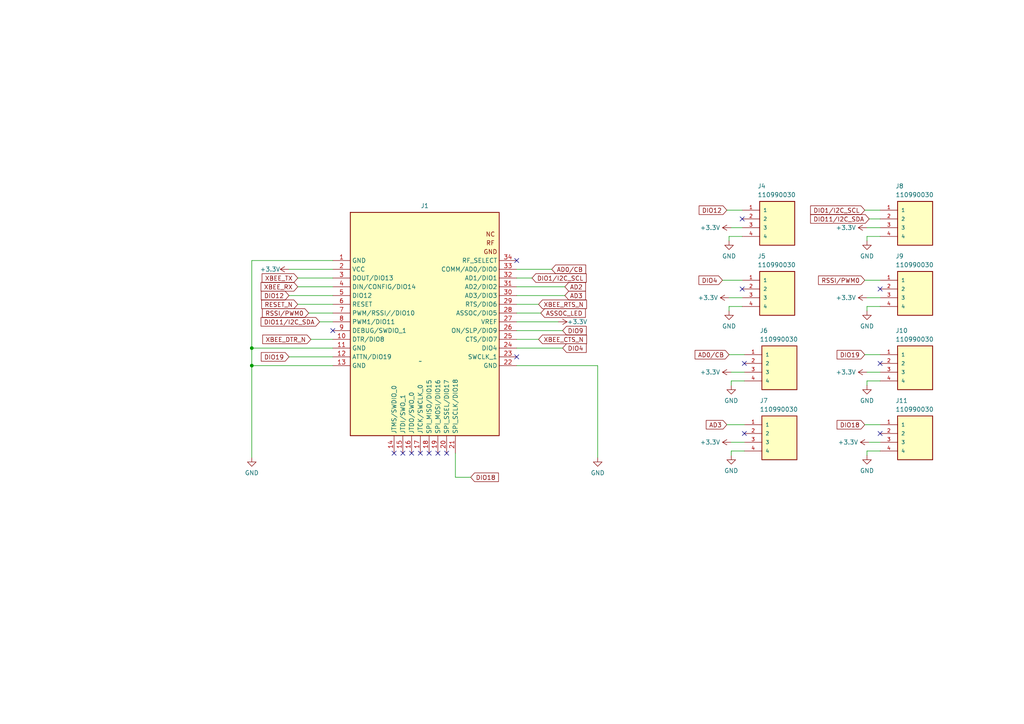
<source format=kicad_sch>
(kicad_sch (version 20230121) (generator eeschema)

  (uuid 81ca7ca7-3a07-4472-beb6-178c7ff804ed)

  (paper "A4")

  (title_block
    (title "U-XBee-C SMT Pins and Grove Drivers")
    (date "2024-02-04")
    (rev "1")
    (company "Carlos Sabogal")
  )

  (lib_symbols
    (symbol "XBEE_Grove_C:110990030" (pin_names (offset 1.016)) (in_bom yes) (on_board yes)
      (property "Reference" "J" (at -6.2106 8.1481 0)
        (effects (font (size 1.27 1.27)) (justify left bottom))
      )
      (property "Value" "110990030" (at -5.08 -7.62 0)
        (effects (font (size 1.27 1.27)) (justify left bottom))
      )
      (property "Footprint" "XBEE_Grove_C:SEEED_110990030" (at -1.27 10.16 0)
        (effects (font (size 1.27 1.27)) (justify bottom) hide)
      )
      (property "Datasheet" "https://statics3.seeedstudio.com/images/opl/datasheet/3470130P1.pdf" (at 0 -8.89 0)
        (effects (font (size 1.27 1.27)) hide)
      )
      (symbol "110990030_0_0"
        (pin passive line (at -10.16 5.08 0) (length 5.08)
          (name "1" (effects (font (size 1.016 1.016))))
          (number "1" (effects (font (size 1.016 1.016))))
        )
        (pin passive line (at -10.16 2.54 0) (length 5.08)
          (name "2" (effects (font (size 1.016 1.016))))
          (number "2" (effects (font (size 1.016 1.016))))
        )
        (pin passive line (at -10.16 0 0) (length 5.08)
          (name "3" (effects (font (size 1.016 1.016))))
          (number "3" (effects (font (size 1.016 1.016))))
        )
        (pin passive line (at -10.16 -2.54 0) (length 5.08)
          (name "4" (effects (font (size 1.016 1.016))))
          (number "4" (effects (font (size 1.016 1.016))))
        )
      )
      (symbol "110990030_1_0"
        (rectangle (start -5.08 7.62) (end 5.08 -5.08)
          (stroke (width 0.254) (type default))
          (fill (type background))
        )
      )
    )
    (symbol "XBEE_Grove_C:XBEE_SMT" (in_bom yes) (on_board yes)
      (property "Reference" "J" (at -20.32 35.56 0)
        (effects (font (size 1.27 1.27)))
      )
      (property "Value" "" (at -1.27 -8.89 0)
        (effects (font (size 1.27 1.27)))
      )
      (property "Footprint" "XBEE_Grove_C:XBEE_SMT" (at 0 31.75 0)
        (effects (font (size 1.27 1.27)) hide)
      )
      (property "Datasheet" "" (at -1.27 -8.89 0)
        (effects (font (size 1.27 1.27)) hide)
      )
      (symbol "XBEE_SMT_0_1"
        (rectangle (start -21.59 34.29) (end 21.59 -30.48)
          (stroke (width 0.254) (type default))
          (fill (type background))
        )
      )
      (symbol "XBEE_SMT_1_1"
        (text "GND\n" (at 19.05 22.86 0)
          (effects (font (size 1.27 1.27)))
        )
        (text "NC" (at 19.05 27.94 0)
          (effects (font (size 1.27 1.27)))
        )
        (text "RF" (at 19.05 25.4 0)
          (effects (font (size 1.27 1.27)))
        )
        (pin input line (at -26.67 20.32 0) (length 5.08)
          (name "GND" (effects (font (size 1.27 1.27))))
          (number "1" (effects (font (size 1.27 1.27))))
        )
        (pin input line (at -26.67 -2.54 0) (length 5.08)
          (name "DTR/DIO8" (effects (font (size 1.27 1.27))))
          (number "10" (effects (font (size 1.27 1.27))))
        )
        (pin input line (at -26.67 -5.08 0) (length 5.08)
          (name "GND" (effects (font (size 1.27 1.27))))
          (number "11" (effects (font (size 1.27 1.27))))
        )
        (pin input line (at -26.67 -7.62 0) (length 5.08)
          (name "ATTN/DIO19" (effects (font (size 1.27 1.27))))
          (number "12" (effects (font (size 1.27 1.27))))
        )
        (pin input line (at -26.67 -10.16 0) (length 5.08)
          (name "GND" (effects (font (size 1.27 1.27))))
          (number "13" (effects (font (size 1.27 1.27))))
        )
        (pin input line (at -8.89 -35.56 90) (length 5.08)
          (name "JTMS/SWDIO_0" (effects (font (size 1.27 1.27))))
          (number "14" (effects (font (size 1.27 1.27))))
        )
        (pin input line (at -6.35 -35.56 90) (length 5.08)
          (name "JTDI/SWO_1" (effects (font (size 1.27 1.27))))
          (number "15" (effects (font (size 1.27 1.27))))
        )
        (pin input line (at -3.81 -35.56 90) (length 5.08)
          (name "JTDO/SWO_0" (effects (font (size 1.27 1.27))))
          (number "16" (effects (font (size 1.27 1.27))))
        )
        (pin input line (at -1.27 -35.56 90) (length 5.08)
          (name "JTCK/SWCLK_0" (effects (font (size 1.27 1.27))))
          (number "17" (effects (font (size 1.27 1.27))))
        )
        (pin input line (at 1.27 -35.56 90) (length 5.08)
          (name "SPI_MISO/DIO15" (effects (font (size 1.27 1.27))))
          (number "18" (effects (font (size 1.27 1.27))))
        )
        (pin input line (at 3.81 -35.56 90) (length 5.08)
          (name "SPI_MOSI/DIO16" (effects (font (size 1.27 1.27))))
          (number "19" (effects (font (size 1.27 1.27))))
        )
        (pin input line (at -26.67 17.78 0) (length 5.08)
          (name "VCC" (effects (font (size 1.27 1.27))))
          (number "2" (effects (font (size 1.27 1.27))))
        )
        (pin input line (at 6.35 -35.56 90) (length 5.08)
          (name "SPI_SSEL/DIO17" (effects (font (size 1.27 1.27))))
          (number "20" (effects (font (size 1.27 1.27))))
        )
        (pin input line (at 8.89 -35.56 90) (length 5.08)
          (name "SPI_SCLK/DIO18" (effects (font (size 1.27 1.27))))
          (number "21" (effects (font (size 1.27 1.27))))
        )
        (pin input line (at 26.67 -10.16 180) (length 5.08)
          (name "GND" (effects (font (size 1.27 1.27))))
          (number "22" (effects (font (size 1.27 1.27))))
        )
        (pin input line (at 26.67 -7.62 180) (length 5.08)
          (name "SWCLK_1" (effects (font (size 1.27 1.27))))
          (number "23" (effects (font (size 1.27 1.27))))
        )
        (pin input line (at 26.67 -5.08 180) (length 5.08)
          (name "DIO4" (effects (font (size 1.27 1.27))))
          (number "24" (effects (font (size 1.27 1.27))))
        )
        (pin input line (at 26.67 -2.54 180) (length 5.08)
          (name "CTS/DIO7" (effects (font (size 1.27 1.27))))
          (number "25" (effects (font (size 1.27 1.27))))
        )
        (pin input line (at 26.67 0 180) (length 5.08)
          (name "ON/SLP/DIO9" (effects (font (size 1.27 1.27))))
          (number "26" (effects (font (size 1.27 1.27))))
        )
        (pin input line (at 26.67 2.54 180) (length 5.08)
          (name "VREF" (effects (font (size 1.27 1.27))))
          (number "27" (effects (font (size 1.27 1.27))))
        )
        (pin input line (at 26.67 5.08 180) (length 5.08)
          (name "ASSOC/DIO5" (effects (font (size 1.27 1.27))))
          (number "28" (effects (font (size 1.27 1.27))))
        )
        (pin input line (at 26.67 7.62 180) (length 5.08)
          (name "RTS/DIO6" (effects (font (size 1.27 1.27))))
          (number "29" (effects (font (size 1.27 1.27))))
        )
        (pin input line (at -26.67 15.24 0) (length 5.08)
          (name "DOUT/DIO13" (effects (font (size 1.27 1.27))))
          (number "3" (effects (font (size 1.27 1.27))))
        )
        (pin input line (at 26.67 10.16 180) (length 5.08)
          (name "AD3/DIO3" (effects (font (size 1.27 1.27))))
          (number "30" (effects (font (size 1.27 1.27))))
        )
        (pin input line (at 26.67 12.7 180) (length 5.08)
          (name "AD2/DIO2" (effects (font (size 1.27 1.27))))
          (number "31" (effects (font (size 1.27 1.27))))
        )
        (pin input line (at 26.67 15.24 180) (length 5.08)
          (name "AD1/DIO1" (effects (font (size 1.27 1.27))))
          (number "32" (effects (font (size 1.27 1.27))))
        )
        (pin input line (at 26.67 17.78 180) (length 5.08)
          (name "COMM/AD0/DIO0" (effects (font (size 1.27 1.27))))
          (number "33" (effects (font (size 1.27 1.27))))
        )
        (pin input line (at 26.67 20.32 180) (length 5.08)
          (name "RF_SELECT" (effects (font (size 1.27 1.27))))
          (number "34" (effects (font (size 1.27 1.27))))
        )
        (pin input line (at -26.67 12.7 0) (length 5.08)
          (name "DIN/CONFIG/DIO14" (effects (font (size 1.27 1.27))))
          (number "4" (effects (font (size 1.27 1.27))))
        )
        (pin input line (at -26.67 10.16 0) (length 5.08)
          (name "DIO12" (effects (font (size 1.27 1.27))))
          (number "5" (effects (font (size 1.27 1.27))))
        )
        (pin input line (at -26.67 7.62 0) (length 5.08)
          (name "RESET" (effects (font (size 1.27 1.27))))
          (number "6" (effects (font (size 1.27 1.27))))
        )
        (pin input line (at -26.67 5.08 0) (length 5.08)
          (name "PWM/RSSI//DIO10" (effects (font (size 1.27 1.27))))
          (number "7" (effects (font (size 1.27 1.27))))
        )
        (pin input line (at -26.67 2.54 0) (length 5.08)
          (name "PWM1/DIO11" (effects (font (size 1.27 1.27))))
          (number "8" (effects (font (size 1.27 1.27))))
        )
        (pin input line (at -26.67 0 0) (length 5.08)
          (name "DEBUG/SWDIO_1" (effects (font (size 1.27 1.27))))
          (number "9" (effects (font (size 1.27 1.27))))
        )
      )
    )
    (symbol "power:+3.3V" (power) (pin_names (offset 0)) (in_bom yes) (on_board yes)
      (property "Reference" "#PWR" (at 0 -3.81 0)
        (effects (font (size 1.27 1.27)) hide)
      )
      (property "Value" "+3.3V" (at 0 3.556 0)
        (effects (font (size 1.27 1.27)))
      )
      (property "Footprint" "" (at 0 0 0)
        (effects (font (size 1.27 1.27)) hide)
      )
      (property "Datasheet" "" (at 0 0 0)
        (effects (font (size 1.27 1.27)) hide)
      )
      (property "ki_keywords" "global power" (at 0 0 0)
        (effects (font (size 1.27 1.27)) hide)
      )
      (property "ki_description" "Power symbol creates a global label with name \"+3.3V\"" (at 0 0 0)
        (effects (font (size 1.27 1.27)) hide)
      )
      (symbol "+3.3V_0_1"
        (polyline
          (pts
            (xy -0.762 1.27)
            (xy 0 2.54)
          )
          (stroke (width 0) (type default))
          (fill (type none))
        )
        (polyline
          (pts
            (xy 0 0)
            (xy 0 2.54)
          )
          (stroke (width 0) (type default))
          (fill (type none))
        )
        (polyline
          (pts
            (xy 0 2.54)
            (xy 0.762 1.27)
          )
          (stroke (width 0) (type default))
          (fill (type none))
        )
      )
      (symbol "+3.3V_1_1"
        (pin power_in line (at 0 0 90) (length 0) hide
          (name "+3.3V" (effects (font (size 1.27 1.27))))
          (number "1" (effects (font (size 1.27 1.27))))
        )
      )
    )
    (symbol "power:GND" (power) (pin_names (offset 0)) (in_bom yes) (on_board yes)
      (property "Reference" "#PWR" (at 0 -6.35 0)
        (effects (font (size 1.27 1.27)) hide)
      )
      (property "Value" "GND" (at 0 -3.81 0)
        (effects (font (size 1.27 1.27)))
      )
      (property "Footprint" "" (at 0 0 0)
        (effects (font (size 1.27 1.27)) hide)
      )
      (property "Datasheet" "" (at 0 0 0)
        (effects (font (size 1.27 1.27)) hide)
      )
      (property "ki_keywords" "global power" (at 0 0 0)
        (effects (font (size 1.27 1.27)) hide)
      )
      (property "ki_description" "Power symbol creates a global label with name \"GND\" , ground" (at 0 0 0)
        (effects (font (size 1.27 1.27)) hide)
      )
      (symbol "GND_0_1"
        (polyline
          (pts
            (xy 0 0)
            (xy 0 -1.27)
            (xy 1.27 -1.27)
            (xy 0 -2.54)
            (xy -1.27 -1.27)
            (xy 0 -1.27)
          )
          (stroke (width 0) (type default))
          (fill (type none))
        )
      )
      (symbol "GND_1_1"
        (pin power_in line (at 0 0 270) (length 0) hide
          (name "GND" (effects (font (size 1.27 1.27))))
          (number "1" (effects (font (size 1.27 1.27))))
        )
      )
    )
  )

  (junction (at 73.025 106.045) (diameter 0) (color 0 0 0 0)
    (uuid bd326ec7-f92c-4547-a2de-1b7ce1ef0e1f)
  )
  (junction (at 73.025 100.965) (diameter 0) (color 0 0 0 0)
    (uuid f981b653-698a-46e8-8f34-bb3592cf844f)
  )

  (no_connect (at 255.27 105.41) (uuid 0328a847-8866-4408-a35e-a20fbe99e5c9))
  (no_connect (at 96.52 95.885) (uuid 1f0290ea-9a47-43ee-9884-157d49e2b544))
  (no_connect (at 215.265 83.82) (uuid 2127d8ee-e6f6-459d-b2f9-3812cfa9b47a))
  (no_connect (at 127 131.445) (uuid 28bbf69d-00b0-4022-bf80-16a6a2f9c146))
  (no_connect (at 215.9 125.73) (uuid 3bce6d79-53b7-4356-b1c5-138cb50cbc53))
  (no_connect (at 149.86 103.505) (uuid 3eab16bf-b627-4cbd-94c6-5d5668635433))
  (no_connect (at 215.9 105.41) (uuid 470b079c-3398-4e3b-996b-f30c3cd4b2d9))
  (no_connect (at 116.84 131.445) (uuid 4ab5a2cd-9468-4f6c-ba5e-a6bb02092a62))
  (no_connect (at 215.265 63.5) (uuid 63b92756-fc0f-4fd8-85f5-0e2d8794b8ca))
  (no_connect (at 255.27 125.73) (uuid 9f44501b-b2e4-41bd-8d4b-7eb3287834ac))
  (no_connect (at 255.27 83.82) (uuid aeffc609-52f4-4193-94a7-94b8985fdd7b))
  (no_connect (at 114.3 131.445) (uuid c4e76edb-14c2-4fba-bde8-a90819c43ad7))
  (no_connect (at 149.86 75.565) (uuid c5568012-2e54-42ed-919a-384103704a1b))
  (no_connect (at 121.92 131.445) (uuid c93d0594-bc9a-44d4-946c-0225b372df9e))
  (no_connect (at 119.38 131.445) (uuid e0ab5a38-2747-4117-9aba-f72478813f72))
  (no_connect (at 124.46 131.445) (uuid e268d712-7c91-4dae-9706-58c6daee15d9))
  (no_connect (at 129.54 131.445) (uuid e9d73ef0-9017-4654-89ff-ee3dfcf13a51))

  (wire (pts (xy 92.71 93.345) (xy 96.52 93.345))
    (stroke (width 0) (type default))
    (uuid 03480fe6-eeca-4697-a351-75997cd32d13)
  )
  (wire (pts (xy 211.455 88.9) (xy 215.265 88.9))
    (stroke (width 0) (type default))
    (uuid 14e01bea-2864-408d-8a28-58267aa8c2b7)
  )
  (wire (pts (xy 136.525 138.43) (xy 132.08 138.43))
    (stroke (width 0) (type default))
    (uuid 19e60186-0afc-49d0-9700-e0f778cf0efc)
  )
  (wire (pts (xy 251.46 110.49) (xy 255.27 110.49))
    (stroke (width 0) (type default))
    (uuid 1db7d040-0e05-44c8-8fde-57fbb8617ad0)
  )
  (wire (pts (xy 251.46 132.08) (xy 251.46 130.81))
    (stroke (width 0) (type default))
    (uuid 1e4a974c-fc1e-43b3-bbc7-5ce832696a6f)
  )
  (wire (pts (xy 211.455 86.36) (xy 215.265 86.36))
    (stroke (width 0) (type default))
    (uuid 2089fe59-cb48-4810-bb3c-d946713dbb80)
  )
  (wire (pts (xy 251.46 88.9) (xy 255.27 88.9))
    (stroke (width 0) (type default))
    (uuid 25eff625-99cb-4796-9cbd-a1a9cb26af77)
  )
  (wire (pts (xy 86.36 80.645) (xy 96.52 80.645))
    (stroke (width 0) (type default))
    (uuid 3c57a56e-0212-4227-97bc-bb4b9568fc02)
  )
  (wire (pts (xy 132.08 138.43) (xy 132.08 131.445))
    (stroke (width 0) (type default))
    (uuid 41d7f2f1-acaa-4644-af8a-4d97d39f0d87)
  )
  (wire (pts (xy 212.09 111.76) (xy 212.09 110.49))
    (stroke (width 0) (type default))
    (uuid 42d06e3c-9213-424e-b452-7959108571a5)
  )
  (wire (pts (xy 73.025 100.965) (xy 73.025 75.565))
    (stroke (width 0) (type default))
    (uuid 46c3c8b0-3a67-4162-bdd7-cd54b600ca50)
  )
  (wire (pts (xy 212.09 66.04) (xy 215.265 66.04))
    (stroke (width 0) (type default))
    (uuid 47bf1af6-1c7e-4c07-a583-4671983d39cf)
  )
  (wire (pts (xy 212.09 107.95) (xy 215.9 107.95))
    (stroke (width 0) (type default))
    (uuid 48c21eb0-46b9-4001-b58d-39ef658aafa2)
  )
  (wire (pts (xy 156.845 90.805) (xy 149.86 90.805))
    (stroke (width 0) (type default))
    (uuid 4935c6f6-7ef2-42a7-a9e4-6e5d9c780952)
  )
  (wire (pts (xy 163.195 95.885) (xy 149.86 95.885))
    (stroke (width 0) (type default))
    (uuid 5b99a6ea-b38c-4e6e-9f90-3d398670d9b3)
  )
  (wire (pts (xy 161.925 93.345) (xy 149.86 93.345))
    (stroke (width 0) (type default))
    (uuid 6257e631-899f-4a30-84e2-4807d9df4f7e)
  )
  (wire (pts (xy 250.825 81.28) (xy 255.27 81.28))
    (stroke (width 0) (type default))
    (uuid 65640bf8-cb2b-4b90-af00-67a68c2c0eb6)
  )
  (wire (pts (xy 90.17 98.425) (xy 96.52 98.425))
    (stroke (width 0) (type default))
    (uuid 6c25255e-9f47-437a-935a-987c24eaac22)
  )
  (wire (pts (xy 73.025 100.965) (xy 73.025 106.045))
    (stroke (width 0) (type default))
    (uuid 70e1631e-9931-4bdc-b30a-20744006ad51)
  )
  (wire (pts (xy 251.46 111.76) (xy 251.46 110.49))
    (stroke (width 0) (type default))
    (uuid 77337ac4-6023-4465-b2b5-99a4b2c44502)
  )
  (wire (pts (xy 73.025 75.565) (xy 96.52 75.565))
    (stroke (width 0) (type default))
    (uuid 7c56cf49-e158-4b88-a462-979248a00e0f)
  )
  (wire (pts (xy 211.455 102.87) (xy 215.9 102.87))
    (stroke (width 0) (type default))
    (uuid 825679f3-9b52-40c1-b1a3-b5efc1937341)
  )
  (wire (pts (xy 83.82 85.725) (xy 96.52 85.725))
    (stroke (width 0) (type default))
    (uuid 83eff232-c1bc-47b5-875a-d45b602e3e3e)
  )
  (wire (pts (xy 251.46 66.04) (xy 255.27 66.04))
    (stroke (width 0) (type default))
    (uuid 83f53628-a629-4246-b0d4-89b572dac33e)
  )
  (wire (pts (xy 83.82 78.105) (xy 96.52 78.105))
    (stroke (width 0) (type default))
    (uuid 8a7c1f38-2613-442d-9fd0-56e65c705d8d)
  )
  (wire (pts (xy 160.02 78.105) (xy 149.86 78.105))
    (stroke (width 0) (type default))
    (uuid 8b203b12-4a48-47b1-bffc-ff23fbccee64)
  )
  (wire (pts (xy 211.455 68.58) (xy 215.265 68.58))
    (stroke (width 0) (type default))
    (uuid 91a03f7f-f8cd-4c1c-acd7-ded917bcb69f)
  )
  (wire (pts (xy 163.83 85.725) (xy 149.86 85.725))
    (stroke (width 0) (type default))
    (uuid a3be4573-ea26-461d-af49-fde0ee2a6598)
  )
  (wire (pts (xy 73.025 100.965) (xy 96.52 100.965))
    (stroke (width 0) (type default))
    (uuid a91aa3fb-6d4c-42f3-99cf-364d695da57c)
  )
  (wire (pts (xy 73.025 132.715) (xy 73.025 106.045))
    (stroke (width 0) (type default))
    (uuid a924e6f1-b680-44bb-9c38-cbb0ac05cae3)
  )
  (wire (pts (xy 251.46 90.17) (xy 251.46 88.9))
    (stroke (width 0) (type default))
    (uuid ab07b8b1-f13b-4764-990e-9b77687fd144)
  )
  (wire (pts (xy 250.825 60.96) (xy 255.27 60.96))
    (stroke (width 0) (type default))
    (uuid ab7004c2-e9fd-4744-8a52-96c0dd4b0c33)
  )
  (wire (pts (xy 250.825 102.87) (xy 255.27 102.87))
    (stroke (width 0) (type default))
    (uuid ac916150-331c-48e0-98ba-7d0ba6bef269)
  )
  (wire (pts (xy 154.305 80.645) (xy 149.86 80.645))
    (stroke (width 0) (type default))
    (uuid acb937f5-bf03-4f4d-9218-10570413c3e6)
  )
  (wire (pts (xy 251.46 68.58) (xy 255.27 68.58))
    (stroke (width 0) (type default))
    (uuid acd1cc3b-b752-4257-85a9-81fe79eeb2cf)
  )
  (wire (pts (xy 73.025 106.045) (xy 96.52 106.045))
    (stroke (width 0) (type default))
    (uuid b230a7ba-9f67-418a-8770-58ad20b94e25)
  )
  (wire (pts (xy 251.46 130.81) (xy 255.27 130.81))
    (stroke (width 0) (type default))
    (uuid ba447c9d-9848-4578-8694-429b894fdd96)
  )
  (wire (pts (xy 209.55 81.28) (xy 215.265 81.28))
    (stroke (width 0) (type default))
    (uuid bf922291-6310-43af-8934-d0f49951ae30)
  )
  (wire (pts (xy 250.825 123.19) (xy 255.27 123.19))
    (stroke (width 0) (type default))
    (uuid c252ebbb-67f9-4e18-b3f9-ecccf826ef94)
  )
  (wire (pts (xy 86.36 88.265) (xy 96.52 88.265))
    (stroke (width 0) (type default))
    (uuid c38f6d17-1c53-4777-895c-946b99c0b9e6)
  )
  (wire (pts (xy 210.82 123.19) (xy 215.9 123.19))
    (stroke (width 0) (type default))
    (uuid c6e09603-23f2-4947-9158-2e83833c2dd4)
  )
  (wire (pts (xy 251.46 86.36) (xy 255.27 86.36))
    (stroke (width 0) (type default))
    (uuid c81ef1b7-84dd-4d62-83b0-8cd6aa4b7404)
  )
  (wire (pts (xy 89.535 90.805) (xy 96.52 90.805))
    (stroke (width 0) (type default))
    (uuid d2b2db87-506b-4456-9628-e09c90adc425)
  )
  (wire (pts (xy 251.46 107.95) (xy 255.27 107.95))
    (stroke (width 0) (type default))
    (uuid d2d4c85a-3a6b-40db-8e35-339c1f254e18)
  )
  (wire (pts (xy 163.83 83.185) (xy 149.86 83.185))
    (stroke (width 0) (type default))
    (uuid d4240d64-db52-4a31-8bb9-4a76070da004)
  )
  (wire (pts (xy 212.09 128.27) (xy 215.9 128.27))
    (stroke (width 0) (type default))
    (uuid d4a9947e-7c9e-4f53-9063-cdb1bc504c64)
  )
  (wire (pts (xy 83.82 103.505) (xy 96.52 103.505))
    (stroke (width 0) (type default))
    (uuid d6a366b9-3291-408d-aa09-ed41e9641baf)
  )
  (wire (pts (xy 212.09 132.08) (xy 212.09 130.81))
    (stroke (width 0) (type default))
    (uuid d7e0f5f8-63a7-4b59-9f8b-2615a1909d71)
  )
  (wire (pts (xy 211.455 69.85) (xy 211.455 68.58))
    (stroke (width 0) (type default))
    (uuid d934094a-ee08-4453-910a-b5529d2ce217)
  )
  (wire (pts (xy 156.21 98.425) (xy 149.86 98.425))
    (stroke (width 0) (type default))
    (uuid db6eab27-ea0d-4cc6-b80f-64232c6c1465)
  )
  (wire (pts (xy 149.86 106.045) (xy 173.355 106.045))
    (stroke (width 0) (type default))
    (uuid ddabe55e-8fc6-4d5d-a3fd-d6a4229997e0)
  )
  (wire (pts (xy 211.455 90.17) (xy 211.455 88.9))
    (stroke (width 0) (type default))
    (uuid dde7d3bb-5cc8-4714-8f1f-945a21355e21)
  )
  (wire (pts (xy 173.355 106.045) (xy 173.355 132.715))
    (stroke (width 0) (type default))
    (uuid ddf80ebb-cf97-4229-b898-48bf1ed40cab)
  )
  (wire (pts (xy 251.46 69.85) (xy 251.46 68.58))
    (stroke (width 0) (type default))
    (uuid e5994f4c-32c3-4ad7-8721-a44b5ffa46a8)
  )
  (wire (pts (xy 156.21 88.265) (xy 149.86 88.265))
    (stroke (width 0) (type default))
    (uuid ebf749c0-8b52-4e69-9c45-99a4224285c4)
  )
  (wire (pts (xy 86.36 83.185) (xy 96.52 83.185))
    (stroke (width 0) (type default))
    (uuid ed1ad6fe-24a0-4c4c-8885-f8e88a973b04)
  )
  (wire (pts (xy 212.09 130.81) (xy 215.9 130.81))
    (stroke (width 0) (type default))
    (uuid f00a0a53-01c3-44dc-a346-df2be8a5552e)
  )
  (wire (pts (xy 212.09 110.49) (xy 215.9 110.49))
    (stroke (width 0) (type default))
    (uuid f0f49805-1b60-43f4-81a7-0b3b78166582)
  )
  (wire (pts (xy 163.195 100.965) (xy 149.86 100.965))
    (stroke (width 0) (type default))
    (uuid f62b1784-432e-4d8f-bb8d-ecb56a9e5fc1)
  )
  (wire (pts (xy 252.095 128.27) (xy 255.27 128.27))
    (stroke (width 0) (type default))
    (uuid f778e066-a318-4c0f-ace9-c21c45d3df31)
  )
  (wire (pts (xy 210.82 60.96) (xy 215.265 60.96))
    (stroke (width 0) (type default))
    (uuid fbd536f2-8da9-4c42-8b08-e4aa7fb92750)
  )
  (wire (pts (xy 252.095 63.5) (xy 255.27 63.5))
    (stroke (width 0) (type default))
    (uuid fc9991e3-32e4-4157-ba26-e1656bc2451c)
  )

  (global_label "XBEE_RX" (shape input) (at 86.36 83.185 180) (fields_autoplaced)
    (effects (font (size 1.27 1.27)) (justify right))
    (uuid 04fc2b92-444b-45f1-b824-432debabdfc3)
    (property "Intersheetrefs" "${INTERSHEET_REFS}" (at 75.1502 83.185 0)
      (effects (font (size 1.27 1.27)) (justify right) hide)
    )
  )
  (global_label "ASSOC_LED" (shape input) (at 156.845 90.805 0) (fields_autoplaced)
    (effects (font (size 1.27 1.27)) (justify left))
    (uuid 2a750019-241c-4f24-946c-0705e58e6d43)
    (property "Intersheetrefs" "${INTERSHEET_REFS}" (at 170.353 90.805 0)
      (effects (font (size 1.27 1.27)) (justify left) hide)
    )
  )
  (global_label "AD3" (shape input) (at 163.83 85.725 0) (fields_autoplaced)
    (effects (font (size 1.27 1.27)) (justify left))
    (uuid 46d093b4-220e-4e50-a3a7-3f69bb7d0003)
    (property "Intersheetrefs" "${INTERSHEET_REFS}" (at 170.3833 85.725 0)
      (effects (font (size 1.27 1.27)) (justify left) hide)
    )
  )
  (global_label "DIO18" (shape input) (at 136.525 138.43 0) (fields_autoplaced)
    (effects (font (size 1.27 1.27)) (justify left))
    (uuid 5ad19a11-488f-4a84-9a53-2e563421d890)
    (property "Intersheetrefs" "${INTERSHEET_REFS}" (at 145.1345 138.43 0)
      (effects (font (size 1.27 1.27)) (justify left) hide)
    )
  )
  (global_label "DIO11{slash}I2C_SDA" (shape input) (at 92.71 93.345 180) (fields_autoplaced)
    (effects (font (size 1.27 1.27)) (justify right))
    (uuid 64ff01f6-74db-4885-a1fa-899431e4a5c9)
    (property "Intersheetrefs" "${INTERSHEET_REFS}" (at 75.15 93.345 0)
      (effects (font (size 1.27 1.27)) (justify right) hide)
    )
  )
  (global_label "AD2" (shape input) (at 163.83 83.185 0) (fields_autoplaced)
    (effects (font (size 1.27 1.27)) (justify left))
    (uuid 66afffbf-0a0c-41da-b71f-bb5e7b9b5b70)
    (property "Intersheetrefs" "${INTERSHEET_REFS}" (at 170.3833 83.185 0)
      (effects (font (size 1.27 1.27)) (justify left) hide)
    )
  )
  (global_label "RSSI{slash}PWM0" (shape input) (at 89.535 90.805 180) (fields_autoplaced)
    (effects (font (size 1.27 1.27)) (justify right))
    (uuid 6d6a2c0a-cb3f-49e2-b2b8-c9d37ea1b209)
    (property "Intersheetrefs" "${INTERSHEET_REFS}" (at 75.5432 90.805 0)
      (effects (font (size 1.27 1.27)) (justify right) hide)
    )
  )
  (global_label "AD0{slash}CB" (shape input) (at 211.455 102.87 180) (fields_autoplaced)
    (effects (font (size 1.27 1.27)) (justify right))
    (uuid 7133e9e1-975f-402d-8e4a-6f0a1759ac3b)
    (property "Intersheetrefs" "${INTERSHEET_REFS}" (at 201.0312 102.87 0)
      (effects (font (size 1.27 1.27)) (justify right) hide)
    )
  )
  (global_label "DIO12" (shape input) (at 83.82 85.725 180) (fields_autoplaced)
    (effects (font (size 1.27 1.27)) (justify right))
    (uuid 7f3bca7d-6d4d-4cd6-b4f6-42f9fc18686a)
    (property "Intersheetrefs" "${INTERSHEET_REFS}" (at 75.2105 85.725 0)
      (effects (font (size 1.27 1.27)) (justify right) hide)
    )
  )
  (global_label "DIO1{slash}I2C_SCL" (shape input) (at 154.305 80.645 0) (fields_autoplaced)
    (effects (font (size 1.27 1.27)) (justify left))
    (uuid 819b6580-1cbe-47af-b3f4-58773275bb04)
    (property "Intersheetrefs" "${INTERSHEET_REFS}" (at 170.595 80.645 0)
      (effects (font (size 1.27 1.27)) (justify left) hide)
    )
  )
  (global_label "DIO4" (shape input) (at 163.195 100.965 0) (fields_autoplaced)
    (effects (font (size 1.27 1.27)) (justify left))
    (uuid 8d28bf33-ebb7-47f1-a079-36251e911bd7)
    (property "Intersheetrefs" "${INTERSHEET_REFS}" (at 170.595 100.965 0)
      (effects (font (size 1.27 1.27)) (justify left) hide)
    )
  )
  (global_label "DIO19" (shape input) (at 83.82 103.505 180) (fields_autoplaced)
    (effects (font (size 1.27 1.27)) (justify right))
    (uuid 9160d702-fcdc-4f55-be0b-c8a09fac983c)
    (property "Intersheetrefs" "${INTERSHEET_REFS}" (at 75.2105 103.505 0)
      (effects (font (size 1.27 1.27)) (justify right) hide)
    )
  )
  (global_label "RESET_N" (shape input) (at 86.36 88.265 180) (fields_autoplaced)
    (effects (font (size 1.27 1.27)) (justify right))
    (uuid 9484d6c6-2aa8-486d-8c6d-05f1642c7d4c)
    (property "Intersheetrefs" "${INTERSHEET_REFS}" (at 75.3316 88.265 0)
      (effects (font (size 1.27 1.27)) (justify right) hide)
    )
  )
  (global_label "DIO19" (shape input) (at 250.825 102.87 180) (fields_autoplaced)
    (effects (font (size 1.27 1.27)) (justify right))
    (uuid 9c20115c-9c41-42de-914c-9534707f1755)
    (property "Intersheetrefs" "${INTERSHEET_REFS}" (at 242.2155 102.87 0)
      (effects (font (size 1.27 1.27)) (justify right) hide)
    )
  )
  (global_label "DIO4" (shape input) (at 209.55 81.28 180) (fields_autoplaced)
    (effects (font (size 1.27 1.27)) (justify right))
    (uuid 9d146c29-9426-4dab-b8b4-d6b6e219bc0d)
    (property "Intersheetrefs" "${INTERSHEET_REFS}" (at 202.15 81.28 0)
      (effects (font (size 1.27 1.27)) (justify right) hide)
    )
  )
  (global_label "DIO1{slash}I2C_SCL" (shape input) (at 250.825 60.96 180) (fields_autoplaced)
    (effects (font (size 1.27 1.27)) (justify right))
    (uuid 9fd234db-b303-4a64-95bd-d157c55a76f7)
    (property "Intersheetrefs" "${INTERSHEET_REFS}" (at 234.535 60.96 0)
      (effects (font (size 1.27 1.27)) (justify right) hide)
    )
  )
  (global_label "XBEE_TX" (shape input) (at 86.36 80.645 180) (fields_autoplaced)
    (effects (font (size 1.27 1.27)) (justify right))
    (uuid a985b75f-d06d-48a6-9f77-0890384d79c8)
    (property "Intersheetrefs" "${INTERSHEET_REFS}" (at 75.4526 80.645 0)
      (effects (font (size 1.27 1.27)) (justify right) hide)
    )
  )
  (global_label "XBEE_DTR_N" (shape input) (at 90.17 98.425 180) (fields_autoplaced)
    (effects (font (size 1.27 1.27)) (justify right))
    (uuid be4b1d89-35e9-4e3e-8a70-cea7401c0c57)
    (property "Intersheetrefs" "${INTERSHEET_REFS}" (at 75.634 98.425 0)
      (effects (font (size 1.27 1.27)) (justify right) hide)
    )
  )
  (global_label "DIO9" (shape input) (at 163.195 95.885 0) (fields_autoplaced)
    (effects (font (size 1.27 1.27)) (justify left))
    (uuid be79290a-ca96-4c3b-97e6-11e374acd192)
    (property "Intersheetrefs" "${INTERSHEET_REFS}" (at 170.595 95.885 0)
      (effects (font (size 1.27 1.27)) (justify left) hide)
    )
  )
  (global_label "AD3" (shape input) (at 210.82 123.19 180) (fields_autoplaced)
    (effects (font (size 1.27 1.27)) (justify right))
    (uuid c37258ef-e858-468c-8c13-fe396ac5fc2c)
    (property "Intersheetrefs" "${INTERSHEET_REFS}" (at 204.2667 123.19 0)
      (effects (font (size 1.27 1.27)) (justify right) hide)
    )
  )
  (global_label "DIO18" (shape input) (at 250.825 123.19 180) (fields_autoplaced)
    (effects (font (size 1.27 1.27)) (justify right))
    (uuid cb992a05-9d53-4713-80f8-2769681a3de6)
    (property "Intersheetrefs" "${INTERSHEET_REFS}" (at 242.2155 123.19 0)
      (effects (font (size 1.27 1.27)) (justify right) hide)
    )
  )
  (global_label "DIO11{slash}I2C_SDA" (shape input) (at 252.095 63.5 180) (fields_autoplaced)
    (effects (font (size 1.27 1.27)) (justify right))
    (uuid d4132806-c74a-4fed-9a7b-746632bb280f)
    (property "Intersheetrefs" "${INTERSHEET_REFS}" (at 234.535 63.5 0)
      (effects (font (size 1.27 1.27)) (justify right) hide)
    )
  )
  (global_label "AD0{slash}CB" (shape input) (at 160.02 78.105 0) (fields_autoplaced)
    (effects (font (size 1.27 1.27)) (justify left))
    (uuid d9c85c8f-4e5e-40f0-b522-175043c1a0e6)
    (property "Intersheetrefs" "${INTERSHEET_REFS}" (at 170.4438 78.105 0)
      (effects (font (size 1.27 1.27)) (justify left) hide)
    )
  )
  (global_label "DIO12" (shape input) (at 210.82 60.96 180) (fields_autoplaced)
    (effects (font (size 1.27 1.27)) (justify right))
    (uuid ddc3905f-7fae-4e44-9b8a-075517a9e62b)
    (property "Intersheetrefs" "${INTERSHEET_REFS}" (at 202.2105 60.96 0)
      (effects (font (size 1.27 1.27)) (justify right) hide)
    )
  )
  (global_label "XBEE_CTS_N" (shape input) (at 156.21 98.425 0) (fields_autoplaced)
    (effects (font (size 1.27 1.27)) (justify left))
    (uuid dffe1b9c-bb7e-4bbd-ac89-2842c709162b)
    (property "Intersheetrefs" "${INTERSHEET_REFS}" (at 170.6855 98.425 0)
      (effects (font (size 1.27 1.27)) (justify left) hide)
    )
  )
  (global_label "RSSI{slash}PWM0" (shape input) (at 250.825 81.28 180) (fields_autoplaced)
    (effects (font (size 1.27 1.27)) (justify right))
    (uuid f47e1dd1-a3f7-4fb5-9802-5e35883ef8bc)
    (property "Intersheetrefs" "${INTERSHEET_REFS}" (at 236.8332 81.28 0)
      (effects (font (size 1.27 1.27)) (justify right) hide)
    )
  )
  (global_label "XBEE_RTS_N" (shape input) (at 156.21 88.265 0) (fields_autoplaced)
    (effects (font (size 1.27 1.27)) (justify left))
    (uuid fb76e7dc-7446-4472-9e84-e09ff12e69bb)
    (property "Intersheetrefs" "${INTERSHEET_REFS}" (at 170.6855 88.265 0)
      (effects (font (size 1.27 1.27)) (justify left) hide)
    )
  )

  (symbol (lib_id "power:GND") (at 251.46 111.76 0) (unit 1)
    (in_bom yes) (on_board yes) (dnp no) (fields_autoplaced)
    (uuid 004e52b9-4848-4126-93a5-204576796279)
    (property "Reference" "#PWR017" (at 251.46 118.11 0)
      (effects (font (size 1.27 1.27)) hide)
    )
    (property "Value" "GND" (at 251.46 116.205 0)
      (effects (font (size 1.27 1.27)))
    )
    (property "Footprint" "" (at 251.46 111.76 0)
      (effects (font (size 1.27 1.27)) hide)
    )
    (property "Datasheet" "" (at 251.46 111.76 0)
      (effects (font (size 1.27 1.27)) hide)
    )
    (pin "1" (uuid cd3e2e6d-aef3-4e7e-a953-b73a655980d1))
    (instances
      (project "XBEE Grove C"
        (path "/c24e3a98-1eaf-47b8-85b4-f5ec44a15aa3/51d81d60-9a03-4527-bd8e-0f5587f10d0b"
          (reference "#PWR017") (unit 1)
        )
      )
    )
  )

  (symbol (lib_id "XBEE_Grove_C:110990030") (at 226.06 128.27 0) (unit 1)
    (in_bom yes) (on_board yes) (dnp no)
    (uuid 02b5a5b6-6f6b-45b6-87c2-60099f8dea14)
    (property "Reference" "J7" (at 220.345 116.205 0)
      (effects (font (size 1.27 1.27)) (justify left))
    )
    (property "Value" "110990030" (at 220.345 118.745 0)
      (effects (font (size 1.27 1.27)) (justify left))
    )
    (property "Footprint" "XBEE_Grove_C:SEEED_110990030" (at 224.79 118.11 0)
      (effects (font (size 1.27 1.27)) (justify bottom) hide)
    )
    (property "Datasheet" "https://statics3.seeedstudio.com/images/opl/datasheet/3470130P1.pdf" (at 226.06 137.16 0)
      (effects (font (size 1.27 1.27)) hide)
    )
    (pin "3" (uuid 7681d406-3143-44a8-97b9-2744fe45488f))
    (pin "4" (uuid c50781f7-ad9b-4e4c-8d40-01220abbbc39))
    (pin "2" (uuid 02fe57ea-c56d-44b8-bdc4-30ae9134d5cd))
    (pin "1" (uuid 889389f7-3884-4162-b61d-d76bb1924c3c))
    (instances
      (project "XBEE Grove C"
        (path "/c24e3a98-1eaf-47b8-85b4-f5ec44a15aa3/51d81d60-9a03-4527-bd8e-0f5587f10d0b"
          (reference "J7") (unit 1)
        )
      )
    )
  )

  (symbol (lib_id "XBEE_Grove_C:110990030") (at 225.425 66.04 0) (unit 1)
    (in_bom yes) (on_board yes) (dnp no)
    (uuid 0d1779b7-82cc-48ee-85a0-4284f2640cc3)
    (property "Reference" "J4" (at 219.71 53.975 0)
      (effects (font (size 1.27 1.27)) (justify left))
    )
    (property "Value" "110990030" (at 219.71 56.515 0)
      (effects (font (size 1.27 1.27)) (justify left))
    )
    (property "Footprint" "XBEE_Grove_C:SEEED_110990030" (at 224.155 55.88 0)
      (effects (font (size 1.27 1.27)) (justify bottom) hide)
    )
    (property "Datasheet" "https://statics3.seeedstudio.com/images/opl/datasheet/3470130P1.pdf" (at 225.425 74.93 0)
      (effects (font (size 1.27 1.27)) hide)
    )
    (pin "3" (uuid 55367272-be82-479c-b8e3-4e8052593ece))
    (pin "4" (uuid e36ef046-7ec3-4d22-87b1-c503a88a0280))
    (pin "2" (uuid 908e9f2c-ca18-4b93-86fe-809f578f6c97))
    (pin "1" (uuid 76fc2597-eac1-44d2-9b86-449fe796fd97))
    (instances
      (project "XBEE Grove C"
        (path "/c24e3a98-1eaf-47b8-85b4-f5ec44a15aa3/51d81d60-9a03-4527-bd8e-0f5587f10d0b"
          (reference "J4") (unit 1)
        )
      )
    )
  )

  (symbol (lib_id "XBEE_Grove_C:110990030") (at 265.43 128.27 0) (unit 1)
    (in_bom yes) (on_board yes) (dnp no)
    (uuid 15ef6ce9-a0b2-40ef-bfe2-98b29afcd266)
    (property "Reference" "J11" (at 259.715 116.205 0)
      (effects (font (size 1.27 1.27)) (justify left))
    )
    (property "Value" "110990030" (at 259.715 118.745 0)
      (effects (font (size 1.27 1.27)) (justify left))
    )
    (property "Footprint" "XBEE_Grove_C:SEEED_110990030" (at 264.16 118.11 0)
      (effects (font (size 1.27 1.27)) (justify bottom) hide)
    )
    (property "Datasheet" "https://statics3.seeedstudio.com/images/opl/datasheet/3470130P1.pdf" (at 265.43 137.16 0)
      (effects (font (size 1.27 1.27)) hide)
    )
    (pin "3" (uuid 21e9bd38-01a0-4455-9b2f-22f1db4d5475))
    (pin "4" (uuid 4a023549-983a-4dd2-9b07-f06df5ec2123))
    (pin "2" (uuid cba82e6c-14d7-431b-b6e7-080b8b9e2dcd))
    (pin "1" (uuid 37c3cf7f-3691-4b48-8ee1-fae606ff4430))
    (instances
      (project "XBEE Grove C"
        (path "/c24e3a98-1eaf-47b8-85b4-f5ec44a15aa3/51d81d60-9a03-4527-bd8e-0f5587f10d0b"
          (reference "J11") (unit 1)
        )
      )
    )
  )

  (symbol (lib_id "XBEE_Grove_C:110990030") (at 225.425 86.36 0) (unit 1)
    (in_bom yes) (on_board yes) (dnp no)
    (uuid 1e2c2c7f-7e1e-4f64-a10a-45be6123da65)
    (property "Reference" "J5" (at 219.71 74.295 0)
      (effects (font (size 1.27 1.27)) (justify left))
    )
    (property "Value" "110990030" (at 219.71 76.835 0)
      (effects (font (size 1.27 1.27)) (justify left))
    )
    (property "Footprint" "XBEE_Grove_C:SEEED_110990030" (at 224.155 76.2 0)
      (effects (font (size 1.27 1.27)) (justify bottom) hide)
    )
    (property "Datasheet" "https://statics3.seeedstudio.com/images/opl/datasheet/3470130P1.pdf" (at 225.425 95.25 0)
      (effects (font (size 1.27 1.27)) hide)
    )
    (pin "3" (uuid 6e8f782a-d125-4336-9127-aefd7dea8f4a))
    (pin "4" (uuid 1a3f8bc3-0520-41a5-bd4e-78c300591931))
    (pin "2" (uuid 6e4cd02f-4c02-4f2f-8b0c-ae2c16b27c5b))
    (pin "1" (uuid f7950e6b-1eb1-4ea2-b370-fbfcad49ddeb))
    (instances
      (project "XBEE Grove C"
        (path "/c24e3a98-1eaf-47b8-85b4-f5ec44a15aa3/51d81d60-9a03-4527-bd8e-0f5587f10d0b"
          (reference "J5") (unit 1)
        )
      )
    )
  )

  (symbol (lib_id "XBEE_Grove_C:110990030") (at 265.43 107.95 0) (unit 1)
    (in_bom yes) (on_board yes) (dnp no)
    (uuid 230670d4-a486-4275-a2e7-879f6bce2316)
    (property "Reference" "J10" (at 259.715 95.885 0)
      (effects (font (size 1.27 1.27)) (justify left))
    )
    (property "Value" "110990030" (at 259.715 98.425 0)
      (effects (font (size 1.27 1.27)) (justify left))
    )
    (property "Footprint" "XBEE_Grove_C:SEEED_110990030" (at 264.16 97.79 0)
      (effects (font (size 1.27 1.27)) (justify bottom) hide)
    )
    (property "Datasheet" "https://statics3.seeedstudio.com/images/opl/datasheet/3470130P1.pdf" (at 265.43 116.84 0)
      (effects (font (size 1.27 1.27)) hide)
    )
    (pin "3" (uuid 523e5549-e6bc-47fb-be39-a20d8c58b4b8))
    (pin "4" (uuid e75035db-bb3d-4b8d-9244-b233e5533c54))
    (pin "2" (uuid 29d4a84b-e542-43b4-937d-84ce4f5c2d33))
    (pin "1" (uuid 70b4d392-301a-4fd5-8790-6a3b2ff6b6cc))
    (instances
      (project "XBEE Grove C"
        (path "/c24e3a98-1eaf-47b8-85b4-f5ec44a15aa3/51d81d60-9a03-4527-bd8e-0f5587f10d0b"
          (reference "J10") (unit 1)
        )
      )
    )
  )

  (symbol (lib_id "power:GND") (at 211.455 90.17 0) (unit 1)
    (in_bom yes) (on_board yes) (dnp no) (fields_autoplaced)
    (uuid 2c690403-9be2-4559-a692-faffee1d02a3)
    (property "Reference" "#PWR023" (at 211.455 96.52 0)
      (effects (font (size 1.27 1.27)) hide)
    )
    (property "Value" "GND" (at 211.455 94.615 0)
      (effects (font (size 1.27 1.27)))
    )
    (property "Footprint" "" (at 211.455 90.17 0)
      (effects (font (size 1.27 1.27)) hide)
    )
    (property "Datasheet" "" (at 211.455 90.17 0)
      (effects (font (size 1.27 1.27)) hide)
    )
    (pin "1" (uuid ba8f381b-5dc9-4257-8940-3d9d3cf7039e))
    (instances
      (project "XBEE Grove C"
        (path "/c24e3a98-1eaf-47b8-85b4-f5ec44a15aa3/51d81d60-9a03-4527-bd8e-0f5587f10d0b"
          (reference "#PWR023") (unit 1)
        )
      )
    )
  )

  (symbol (lib_id "power:GND") (at 251.46 69.85 0) (unit 1)
    (in_bom yes) (on_board yes) (dnp no) (fields_autoplaced)
    (uuid 2eaa4aad-78eb-4733-ab6e-900cad8ff472)
    (property "Reference" "#PWR015" (at 251.46 76.2 0)
      (effects (font (size 1.27 1.27)) hide)
    )
    (property "Value" "GND" (at 251.46 74.295 0)
      (effects (font (size 1.27 1.27)))
    )
    (property "Footprint" "" (at 251.46 69.85 0)
      (effects (font (size 1.27 1.27)) hide)
    )
    (property "Datasheet" "" (at 251.46 69.85 0)
      (effects (font (size 1.27 1.27)) hide)
    )
    (pin "1" (uuid c64b6c58-31ba-48d6-9f53-a12c7ffb1789))
    (instances
      (project "XBEE Grove C"
        (path "/c24e3a98-1eaf-47b8-85b4-f5ec44a15aa3/51d81d60-9a03-4527-bd8e-0f5587f10d0b"
          (reference "#PWR015") (unit 1)
        )
      )
    )
  )

  (symbol (lib_id "power:GND") (at 173.355 132.715 0) (unit 1)
    (in_bom yes) (on_board yes) (dnp no) (fields_autoplaced)
    (uuid 32345559-d317-44ed-bb95-9c587bb0a9c0)
    (property "Reference" "#PWR06" (at 173.355 139.065 0)
      (effects (font (size 1.27 1.27)) hide)
    )
    (property "Value" "GND" (at 173.355 137.16 0)
      (effects (font (size 1.27 1.27)))
    )
    (property "Footprint" "" (at 173.355 132.715 0)
      (effects (font (size 1.27 1.27)) hide)
    )
    (property "Datasheet" "" (at 173.355 132.715 0)
      (effects (font (size 1.27 1.27)) hide)
    )
    (pin "1" (uuid 6a595399-5efa-40b9-aaf4-49daab007fbf))
    (instances
      (project "XBEE Grove C"
        (path "/c24e3a98-1eaf-47b8-85b4-f5ec44a15aa3/51d81d60-9a03-4527-bd8e-0f5587f10d0b"
          (reference "#PWR06") (unit 1)
        )
      )
    )
  )

  (symbol (lib_id "power:+3.3V") (at 212.09 66.04 90) (unit 1)
    (in_bom yes) (on_board yes) (dnp no) (fields_autoplaced)
    (uuid 4ae75927-5544-4428-9874-1eb4df3635ef)
    (property "Reference" "#PWR029" (at 215.9 66.04 0)
      (effects (font (size 1.27 1.27)) hide)
    )
    (property "Value" "+3.3V" (at 208.915 66.04 90)
      (effects (font (size 1.27 1.27)) (justify left))
    )
    (property "Footprint" "" (at 212.09 66.04 0)
      (effects (font (size 1.27 1.27)) hide)
    )
    (property "Datasheet" "" (at 212.09 66.04 0)
      (effects (font (size 1.27 1.27)) hide)
    )
    (pin "1" (uuid bd1e3cb8-184d-4122-a0ca-959f7be4c88a))
    (instances
      (project "XBEE Grove C"
        (path "/c24e3a98-1eaf-47b8-85b4-f5ec44a15aa3/51d81d60-9a03-4527-bd8e-0f5587f10d0b"
          (reference "#PWR029") (unit 1)
        )
      )
    )
  )

  (symbol (lib_id "power:GND") (at 251.46 90.17 0) (unit 1)
    (in_bom yes) (on_board yes) (dnp no) (fields_autoplaced)
    (uuid 4e787da0-1995-4d95-bdb8-c992872cb31d)
    (property "Reference" "#PWR020" (at 251.46 96.52 0)
      (effects (font (size 1.27 1.27)) hide)
    )
    (property "Value" "GND" (at 251.46 94.615 0)
      (effects (font (size 1.27 1.27)))
    )
    (property "Footprint" "" (at 251.46 90.17 0)
      (effects (font (size 1.27 1.27)) hide)
    )
    (property "Datasheet" "" (at 251.46 90.17 0)
      (effects (font (size 1.27 1.27)) hide)
    )
    (pin "1" (uuid a13d2a60-4b32-415d-bd2b-040a713c77bf))
    (instances
      (project "XBEE Grove C"
        (path "/c24e3a98-1eaf-47b8-85b4-f5ec44a15aa3/51d81d60-9a03-4527-bd8e-0f5587f10d0b"
          (reference "#PWR020") (unit 1)
        )
      )
    )
  )

  (symbol (lib_id "XBEE_Grove_C:110990030") (at 226.06 107.95 0) (unit 1)
    (in_bom yes) (on_board yes) (dnp no)
    (uuid 6844089a-f235-4cfe-8893-1e8fd49330b5)
    (property "Reference" "J6" (at 220.345 95.885 0)
      (effects (font (size 1.27 1.27)) (justify left))
    )
    (property "Value" "110990030" (at 220.345 98.425 0)
      (effects (font (size 1.27 1.27)) (justify left))
    )
    (property "Footprint" "XBEE_Grove_C:SEEED_110990030" (at 224.79 97.79 0)
      (effects (font (size 1.27 1.27)) (justify bottom) hide)
    )
    (property "Datasheet" "https://statics3.seeedstudio.com/images/opl/datasheet/3470130P1.pdf" (at 226.06 116.84 0)
      (effects (font (size 1.27 1.27)) hide)
    )
    (pin "3" (uuid e57b3329-3125-402f-a1dd-97b67af84a86))
    (pin "4" (uuid 4c863696-e4f8-442d-a07d-5dbf6f723455))
    (pin "2" (uuid b79cc875-e9b8-4e42-aad4-371a829c4a23))
    (pin "1" (uuid 2eda8721-e308-4761-ac76-682491d0428f))
    (instances
      (project "XBEE Grove C"
        (path "/c24e3a98-1eaf-47b8-85b4-f5ec44a15aa3/51d81d60-9a03-4527-bd8e-0f5587f10d0b"
          (reference "J6") (unit 1)
        )
      )
    )
  )

  (symbol (lib_id "power:+3.3V") (at 251.46 107.95 90) (unit 1)
    (in_bom yes) (on_board yes) (dnp no) (fields_autoplaced)
    (uuid 6e146f83-3f35-45bd-9e1d-035822115b4f)
    (property "Reference" "#PWR016" (at 255.27 107.95 0)
      (effects (font (size 1.27 1.27)) hide)
    )
    (property "Value" "+3.3V" (at 248.285 107.95 90)
      (effects (font (size 1.27 1.27)) (justify left))
    )
    (property "Footprint" "" (at 251.46 107.95 0)
      (effects (font (size 1.27 1.27)) hide)
    )
    (property "Datasheet" "" (at 251.46 107.95 0)
      (effects (font (size 1.27 1.27)) hide)
    )
    (pin "1" (uuid d9f3addf-470c-45ec-a329-c21a809a29bd))
    (instances
      (project "XBEE Grove C"
        (path "/c24e3a98-1eaf-47b8-85b4-f5ec44a15aa3/51d81d60-9a03-4527-bd8e-0f5587f10d0b"
          (reference "#PWR016") (unit 1)
        )
      )
    )
  )

  (symbol (lib_id "power:GND") (at 212.09 132.08 0) (unit 1)
    (in_bom yes) (on_board yes) (dnp no) (fields_autoplaced)
    (uuid 709a08ef-c02a-43d7-8bf9-18bcd03235ca)
    (property "Reference" "#PWR025" (at 212.09 138.43 0)
      (effects (font (size 1.27 1.27)) hide)
    )
    (property "Value" "GND" (at 212.09 136.525 0)
      (effects (font (size 1.27 1.27)))
    )
    (property "Footprint" "" (at 212.09 132.08 0)
      (effects (font (size 1.27 1.27)) hide)
    )
    (property "Datasheet" "" (at 212.09 132.08 0)
      (effects (font (size 1.27 1.27)) hide)
    )
    (pin "1" (uuid 644624d5-b90d-4903-a96c-9a282b7439c0))
    (instances
      (project "XBEE Grove C"
        (path "/c24e3a98-1eaf-47b8-85b4-f5ec44a15aa3/51d81d60-9a03-4527-bd8e-0f5587f10d0b"
          (reference "#PWR025") (unit 1)
        )
      )
    )
  )

  (symbol (lib_id "power:+3.3V") (at 252.095 128.27 90) (unit 1)
    (in_bom yes) (on_board yes) (dnp no) (fields_autoplaced)
    (uuid 717d4dd5-42fb-45b3-bd6a-a8e0579a7fe4)
    (property "Reference" "#PWR021" (at 255.905 128.27 0)
      (effects (font (size 1.27 1.27)) hide)
    )
    (property "Value" "+3.3V" (at 248.92 128.27 90)
      (effects (font (size 1.27 1.27)) (justify left))
    )
    (property "Footprint" "" (at 252.095 128.27 0)
      (effects (font (size 1.27 1.27)) hide)
    )
    (property "Datasheet" "" (at 252.095 128.27 0)
      (effects (font (size 1.27 1.27)) hide)
    )
    (pin "1" (uuid 0adddbd7-bf4a-424b-bc43-15ba3a3198b3))
    (instances
      (project "XBEE Grove C"
        (path "/c24e3a98-1eaf-47b8-85b4-f5ec44a15aa3/51d81d60-9a03-4527-bd8e-0f5587f10d0b"
          (reference "#PWR021") (unit 1)
        )
      )
    )
  )

  (symbol (lib_id "XBEE_Grove_C:XBEE_SMT") (at 123.19 95.885 0) (unit 1)
    (in_bom yes) (on_board yes) (dnp no) (fields_autoplaced)
    (uuid 769dc610-9079-4bd8-9839-cddff8ee22b6)
    (property "Reference" "J1" (at 123.19 59.69 0)
      (effects (font (size 1.27 1.27)))
    )
    (property "Value" "~" (at 121.92 104.775 0)
      (effects (font (size 1.27 1.27)))
    )
    (property "Footprint" "XBEE_Grove_C:XBEE_SMT" (at 123.19 64.135 0)
      (effects (font (size 1.27 1.27)) hide)
    )
    (property "Datasheet" "" (at 121.92 104.775 0)
      (effects (font (size 1.27 1.27)) hide)
    )
    (pin "5" (uuid 162513b3-ca83-4a53-8b3b-10047e04a677))
    (pin "18" (uuid 5dce03f9-f674-4390-b873-decae365df20))
    (pin "1" (uuid 2cd4c450-d5bf-48b8-a4cc-f550361b830c))
    (pin "28" (uuid 97c905c7-ae21-4400-b2d8-77689b618587))
    (pin "34" (uuid 3c3c19a4-3a77-4e3c-9352-1f43466936b2))
    (pin "16" (uuid 2b2ff612-2bd1-46fa-8f32-f1005096710b))
    (pin "10" (uuid ebe6b705-c335-4ff0-b995-afd92f0ba11f))
    (pin "15" (uuid a69a0a50-2258-42be-b573-9acde4e2f0c5))
    (pin "25" (uuid 2362720d-f8b7-41af-91b2-c23181e6385c))
    (pin "23" (uuid 7f8f5ef2-2619-471f-8165-2d01a54b12b5))
    (pin "6" (uuid c663e5f7-5130-440f-b7bb-a538ce60360a))
    (pin "8" (uuid b359c223-844d-45e1-8138-6cbf52f764d7))
    (pin "32" (uuid aaac1a60-a6e6-4468-b350-e02339814492))
    (pin "26" (uuid a559af6b-cccb-44d5-aa08-eb17bf123362))
    (pin "33" (uuid 393c1714-226b-44c5-9386-d134472851cb))
    (pin "2" (uuid bef2aae4-27bd-4257-a010-1518235d043a))
    (pin "27" (uuid b6068c7f-4b5c-4851-8f90-719609d30e46))
    (pin "29" (uuid dee5daaa-eaf5-4b90-8a0c-9ac4c980fe6d))
    (pin "30" (uuid 9799f664-9fc9-4016-b8c9-e90a04f46a11))
    (pin "12" (uuid 8bc5e98b-4ea0-4bd1-94eb-333e04e1e065))
    (pin "13" (uuid e1a0caad-414e-440d-a3d5-821ef7adb9cc))
    (pin "7" (uuid f9195fae-4cd5-4759-9db7-ddb0af7acb0b))
    (pin "19" (uuid 56eb64b1-657a-479c-b67e-d382f7b6d9ad))
    (pin "20" (uuid f8469460-c9b9-473b-b6d1-29115d5f4b46))
    (pin "14" (uuid 9810a987-49d7-4ee5-923b-f1938098206a))
    (pin "21" (uuid 4ca19229-8614-447d-814a-1a5480e13ccd))
    (pin "22" (uuid 710b4298-3826-44e8-97c5-9dfa0b919acf))
    (pin "17" (uuid 8b0281ba-96c5-428c-b2ac-9b7df71d2230))
    (pin "31" (uuid 779fc581-667e-4cad-adbe-90263b0660ed))
    (pin "9" (uuid b7f05da2-4102-45ee-a27d-0de56441b598))
    (pin "3" (uuid b74c8aa2-35ea-4064-a3ff-a0f3a254ee94))
    (pin "24" (uuid ddcd2276-5585-4d03-8fbd-e57abf948756))
    (pin "4" (uuid 211bc2a5-29bc-4466-9739-e2d41711b19a))
    (pin "11" (uuid b6112cfc-de2f-44ff-bfe4-10689674af66))
    (instances
      (project "XBEE Grove C"
        (path "/c24e3a98-1eaf-47b8-85b4-f5ec44a15aa3/51d81d60-9a03-4527-bd8e-0f5587f10d0b"
          (reference "J1") (unit 1)
        )
      )
    )
  )

  (symbol (lib_id "power:+3.3V") (at 212.09 128.27 90) (unit 1)
    (in_bom yes) (on_board yes) (dnp no) (fields_autoplaced)
    (uuid 7bcc4c4b-1169-402b-bb92-1d7aaf003741)
    (property "Reference" "#PWR024" (at 215.9 128.27 0)
      (effects (font (size 1.27 1.27)) hide)
    )
    (property "Value" "+3.3V" (at 208.915 128.27 90)
      (effects (font (size 1.27 1.27)) (justify left))
    )
    (property "Footprint" "" (at 212.09 128.27 0)
      (effects (font (size 1.27 1.27)) hide)
    )
    (property "Datasheet" "" (at 212.09 128.27 0)
      (effects (font (size 1.27 1.27)) hide)
    )
    (pin "1" (uuid 4ad2d842-cf24-40c7-badc-cfdd9de5f416))
    (instances
      (project "XBEE Grove C"
        (path "/c24e3a98-1eaf-47b8-85b4-f5ec44a15aa3/51d81d60-9a03-4527-bd8e-0f5587f10d0b"
          (reference "#PWR024") (unit 1)
        )
      )
    )
  )

  (symbol (lib_id "power:+3.3V") (at 212.09 107.95 90) (unit 1)
    (in_bom yes) (on_board yes) (dnp no) (fields_autoplaced)
    (uuid 821d6eb9-29e8-41bf-ac4a-759810b3ad8e)
    (property "Reference" "#PWR027" (at 215.9 107.95 0)
      (effects (font (size 1.27 1.27)) hide)
    )
    (property "Value" "+3.3V" (at 208.915 107.95 90)
      (effects (font (size 1.27 1.27)) (justify left))
    )
    (property "Footprint" "" (at 212.09 107.95 0)
      (effects (font (size 1.27 1.27)) hide)
    )
    (property "Datasheet" "" (at 212.09 107.95 0)
      (effects (font (size 1.27 1.27)) hide)
    )
    (pin "1" (uuid 25df4e0b-e327-4c15-bfe3-e1d2090f7c96))
    (instances
      (project "XBEE Grove C"
        (path "/c24e3a98-1eaf-47b8-85b4-f5ec44a15aa3/51d81d60-9a03-4527-bd8e-0f5587f10d0b"
          (reference "#PWR027") (unit 1)
        )
      )
    )
  )

  (symbol (lib_id "power:GND") (at 212.09 111.76 0) (unit 1)
    (in_bom yes) (on_board yes) (dnp no) (fields_autoplaced)
    (uuid 8382a5e0-b382-4f10-9619-3e913e9994af)
    (property "Reference" "#PWR028" (at 212.09 118.11 0)
      (effects (font (size 1.27 1.27)) hide)
    )
    (property "Value" "GND" (at 212.09 116.205 0)
      (effects (font (size 1.27 1.27)))
    )
    (property "Footprint" "" (at 212.09 111.76 0)
      (effects (font (size 1.27 1.27)) hide)
    )
    (property "Datasheet" "" (at 212.09 111.76 0)
      (effects (font (size 1.27 1.27)) hide)
    )
    (pin "1" (uuid 599d8083-b9e7-41f4-a814-019ada73ec22))
    (instances
      (project "XBEE Grove C"
        (path "/c24e3a98-1eaf-47b8-85b4-f5ec44a15aa3/51d81d60-9a03-4527-bd8e-0f5587f10d0b"
          (reference "#PWR028") (unit 1)
        )
      )
    )
  )

  (symbol (lib_id "power:GND") (at 73.025 132.715 0) (unit 1)
    (in_bom yes) (on_board yes) (dnp no) (fields_autoplaced)
    (uuid 8fdbbf40-3e00-4f79-a32e-802157a5766a)
    (property "Reference" "#PWR05" (at 73.025 139.065 0)
      (effects (font (size 1.27 1.27)) hide)
    )
    (property "Value" "GND" (at 73.025 137.16 0)
      (effects (font (size 1.27 1.27)))
    )
    (property "Footprint" "" (at 73.025 132.715 0)
      (effects (font (size 1.27 1.27)) hide)
    )
    (property "Datasheet" "" (at 73.025 132.715 0)
      (effects (font (size 1.27 1.27)) hide)
    )
    (pin "1" (uuid 86fc1aa6-c202-4920-9ee2-0c13906f0354))
    (instances
      (project "XBEE Grove C"
        (path "/c24e3a98-1eaf-47b8-85b4-f5ec44a15aa3/51d81d60-9a03-4527-bd8e-0f5587f10d0b"
          (reference "#PWR05") (unit 1)
        )
      )
    )
  )

  (symbol (lib_id "power:+3.3V") (at 251.46 86.36 90) (unit 1)
    (in_bom yes) (on_board yes) (dnp no) (fields_autoplaced)
    (uuid 96980f30-0350-45da-9069-c8523cb2a0fe)
    (property "Reference" "#PWR019" (at 255.27 86.36 0)
      (effects (font (size 1.27 1.27)) hide)
    )
    (property "Value" "+3.3V" (at 248.285 86.36 90)
      (effects (font (size 1.27 1.27)) (justify left))
    )
    (property "Footprint" "" (at 251.46 86.36 0)
      (effects (font (size 1.27 1.27)) hide)
    )
    (property "Datasheet" "" (at 251.46 86.36 0)
      (effects (font (size 1.27 1.27)) hide)
    )
    (pin "1" (uuid ffe9303b-7d20-427b-aeff-fc47094209e3))
    (instances
      (project "XBEE Grove C"
        (path "/c24e3a98-1eaf-47b8-85b4-f5ec44a15aa3/51d81d60-9a03-4527-bd8e-0f5587f10d0b"
          (reference "#PWR019") (unit 1)
        )
      )
    )
  )

  (symbol (lib_id "power:GND") (at 251.46 132.08 0) (unit 1)
    (in_bom yes) (on_board yes) (dnp no) (fields_autoplaced)
    (uuid 9d6d79f8-9aca-4578-8dfa-e4d28c1cd55f)
    (property "Reference" "#PWR018" (at 251.46 138.43 0)
      (effects (font (size 1.27 1.27)) hide)
    )
    (property "Value" "GND" (at 251.46 136.525 0)
      (effects (font (size 1.27 1.27)))
    )
    (property "Footprint" "" (at 251.46 132.08 0)
      (effects (font (size 1.27 1.27)) hide)
    )
    (property "Datasheet" "" (at 251.46 132.08 0)
      (effects (font (size 1.27 1.27)) hide)
    )
    (pin "1" (uuid d33b0727-e20a-4f98-8e58-4be5dcfefe58))
    (instances
      (project "XBEE Grove C"
        (path "/c24e3a98-1eaf-47b8-85b4-f5ec44a15aa3/51d81d60-9a03-4527-bd8e-0f5587f10d0b"
          (reference "#PWR018") (unit 1)
        )
      )
    )
  )

  (symbol (lib_id "power:+3.3V") (at 251.46 66.04 90) (unit 1)
    (in_bom yes) (on_board yes) (dnp no) (fields_autoplaced)
    (uuid a3089161-e56d-4d5b-a3b5-1115eff82c14)
    (property "Reference" "#PWR014" (at 255.27 66.04 0)
      (effects (font (size 1.27 1.27)) hide)
    )
    (property "Value" "+3.3V" (at 248.285 66.04 90)
      (effects (font (size 1.27 1.27)) (justify left))
    )
    (property "Footprint" "" (at 251.46 66.04 0)
      (effects (font (size 1.27 1.27)) hide)
    )
    (property "Datasheet" "" (at 251.46 66.04 0)
      (effects (font (size 1.27 1.27)) hide)
    )
    (pin "1" (uuid 20a3303f-acb8-4e81-8f0b-ad7cd9eea5b6))
    (instances
      (project "XBEE Grove C"
        (path "/c24e3a98-1eaf-47b8-85b4-f5ec44a15aa3/51d81d60-9a03-4527-bd8e-0f5587f10d0b"
          (reference "#PWR014") (unit 1)
        )
      )
    )
  )

  (symbol (lib_id "power:+3.3V") (at 161.925 93.345 270) (unit 1)
    (in_bom yes) (on_board yes) (dnp no)
    (uuid b4b3572a-0986-41d5-8f32-795ca7bc9bce)
    (property "Reference" "#PWR053" (at 158.115 93.345 0)
      (effects (font (size 1.27 1.27)) hide)
    )
    (property "Value" "+3.3V" (at 164.465 93.345 90)
      (effects (font (size 1.27 1.27)) (justify left))
    )
    (property "Footprint" "" (at 161.925 93.345 0)
      (effects (font (size 1.27 1.27)) hide)
    )
    (property "Datasheet" "" (at 161.925 93.345 0)
      (effects (font (size 1.27 1.27)) hide)
    )
    (pin "1" (uuid fe982d87-651b-4e00-af25-1496098d58f8))
    (instances
      (project "XBEE Grove C"
        (path "/c24e3a98-1eaf-47b8-85b4-f5ec44a15aa3/51d81d60-9a03-4527-bd8e-0f5587f10d0b"
          (reference "#PWR053") (unit 1)
        )
      )
    )
  )

  (symbol (lib_id "power:GND") (at 211.455 69.85 0) (unit 1)
    (in_bom yes) (on_board yes) (dnp no) (fields_autoplaced)
    (uuid ccaeb9f1-b6e3-42c6-b543-a237b360d00b)
    (property "Reference" "#PWR026" (at 211.455 76.2 0)
      (effects (font (size 1.27 1.27)) hide)
    )
    (property "Value" "GND" (at 211.455 74.295 0)
      (effects (font (size 1.27 1.27)))
    )
    (property "Footprint" "" (at 211.455 69.85 0)
      (effects (font (size 1.27 1.27)) hide)
    )
    (property "Datasheet" "" (at 211.455 69.85 0)
      (effects (font (size 1.27 1.27)) hide)
    )
    (pin "1" (uuid 06df4332-059a-47b3-b094-0dcc197ba820))
    (instances
      (project "XBEE Grove C"
        (path "/c24e3a98-1eaf-47b8-85b4-f5ec44a15aa3/51d81d60-9a03-4527-bd8e-0f5587f10d0b"
          (reference "#PWR026") (unit 1)
        )
      )
    )
  )

  (symbol (lib_id "XBEE_Grove_C:110990030") (at 265.43 66.04 0) (unit 1)
    (in_bom yes) (on_board yes) (dnp no)
    (uuid ccf8e192-bce9-4285-8f10-884e82a6f26c)
    (property "Reference" "J8" (at 259.715 53.975 0)
      (effects (font (size 1.27 1.27)) (justify left))
    )
    (property "Value" "110990030" (at 259.715 56.515 0)
      (effects (font (size 1.27 1.27)) (justify left))
    )
    (property "Footprint" "XBEE_Grove_C:SEEED_110990030" (at 264.16 55.88 0)
      (effects (font (size 1.27 1.27)) (justify bottom) hide)
    )
    (property "Datasheet" "https://statics3.seeedstudio.com/images/opl/datasheet/3470130P1.pdf" (at 265.43 74.93 0)
      (effects (font (size 1.27 1.27)) hide)
    )
    (pin "3" (uuid 1eb3e180-bd71-4448-ac1e-9b773f332e0b))
    (pin "4" (uuid 2a14e23f-0e56-4d04-95de-180d248cd7e0))
    (pin "2" (uuid c85c5718-88f9-4d34-82dd-d34789a17fa1))
    (pin "1" (uuid 442ddd3d-27b9-4c93-8c4d-754f2e74e840))
    (instances
      (project "XBEE Grove C"
        (path "/c24e3a98-1eaf-47b8-85b4-f5ec44a15aa3/51d81d60-9a03-4527-bd8e-0f5587f10d0b"
          (reference "J8") (unit 1)
        )
      )
    )
  )

  (symbol (lib_id "XBEE_Grove_C:110990030") (at 265.43 86.36 0) (unit 1)
    (in_bom yes) (on_board yes) (dnp no)
    (uuid d673946b-815f-43f5-93fa-91e19f75f88a)
    (property "Reference" "J9" (at 259.715 74.295 0)
      (effects (font (size 1.27 1.27)) (justify left))
    )
    (property "Value" "110990030" (at 259.715 76.835 0)
      (effects (font (size 1.27 1.27)) (justify left))
    )
    (property "Footprint" "XBEE_Grove_C:SEEED_110990030" (at 264.16 76.2 0)
      (effects (font (size 1.27 1.27)) (justify bottom) hide)
    )
    (property "Datasheet" "https://statics3.seeedstudio.com/images/opl/datasheet/3470130P1.pdf" (at 265.43 95.25 0)
      (effects (font (size 1.27 1.27)) hide)
    )
    (pin "3" (uuid 7aa813a5-6f5e-4e18-95fd-dd79b6d793a3))
    (pin "4" (uuid 8fe17551-b8c6-4795-a406-4a72548eba4b))
    (pin "2" (uuid 7be84753-fdaa-4b80-b285-acf756529cb6))
    (pin "1" (uuid ac4ed5cb-e73f-45e7-b65c-6e1c2af87273))
    (instances
      (project "XBEE Grove C"
        (path "/c24e3a98-1eaf-47b8-85b4-f5ec44a15aa3/51d81d60-9a03-4527-bd8e-0f5587f10d0b"
          (reference "J9") (unit 1)
        )
      )
    )
  )

  (symbol (lib_id "power:+3.3V") (at 83.82 78.105 90) (unit 1)
    (in_bom yes) (on_board yes) (dnp no)
    (uuid f2d2a9f5-4569-4876-9be7-dc3091dffe2b)
    (property "Reference" "#PWR046" (at 87.63 78.105 0)
      (effects (font (size 1.27 1.27)) hide)
    )
    (property "Value" "+3.3V" (at 81.28 78.105 90)
      (effects (font (size 1.27 1.27)) (justify left))
    )
    (property "Footprint" "" (at 83.82 78.105 0)
      (effects (font (size 1.27 1.27)) hide)
    )
    (property "Datasheet" "" (at 83.82 78.105 0)
      (effects (font (size 1.27 1.27)) hide)
    )
    (pin "1" (uuid c616ff22-73fb-4d4b-bbbb-116acbb63277))
    (instances
      (project "XBEE Grove C"
        (path "/c24e3a98-1eaf-47b8-85b4-f5ec44a15aa3/51d81d60-9a03-4527-bd8e-0f5587f10d0b"
          (reference "#PWR046") (unit 1)
        )
      )
    )
  )

  (symbol (lib_id "power:+3.3V") (at 211.455 86.36 90) (unit 1)
    (in_bom yes) (on_board yes) (dnp no) (fields_autoplaced)
    (uuid fdfbe33c-5647-4a69-a345-dc80534de2f0)
    (property "Reference" "#PWR022" (at 215.265 86.36 0)
      (effects (font (size 1.27 1.27)) hide)
    )
    (property "Value" "+3.3V" (at 208.28 86.36 90)
      (effects (font (size 1.27 1.27)) (justify left))
    )
    (property "Footprint" "" (at 211.455 86.36 0)
      (effects (font (size 1.27 1.27)) hide)
    )
    (property "Datasheet" "" (at 211.455 86.36 0)
      (effects (font (size 1.27 1.27)) hide)
    )
    (pin "1" (uuid 0118f7f6-fdb6-47f6-bdc4-0bd7d2507fe1))
    (instances
      (project "XBEE Grove C"
        (path "/c24e3a98-1eaf-47b8-85b4-f5ec44a15aa3/51d81d60-9a03-4527-bd8e-0f5587f10d0b"
          (reference "#PWR022") (unit 1)
        )
      )
    )
  )
)

</source>
